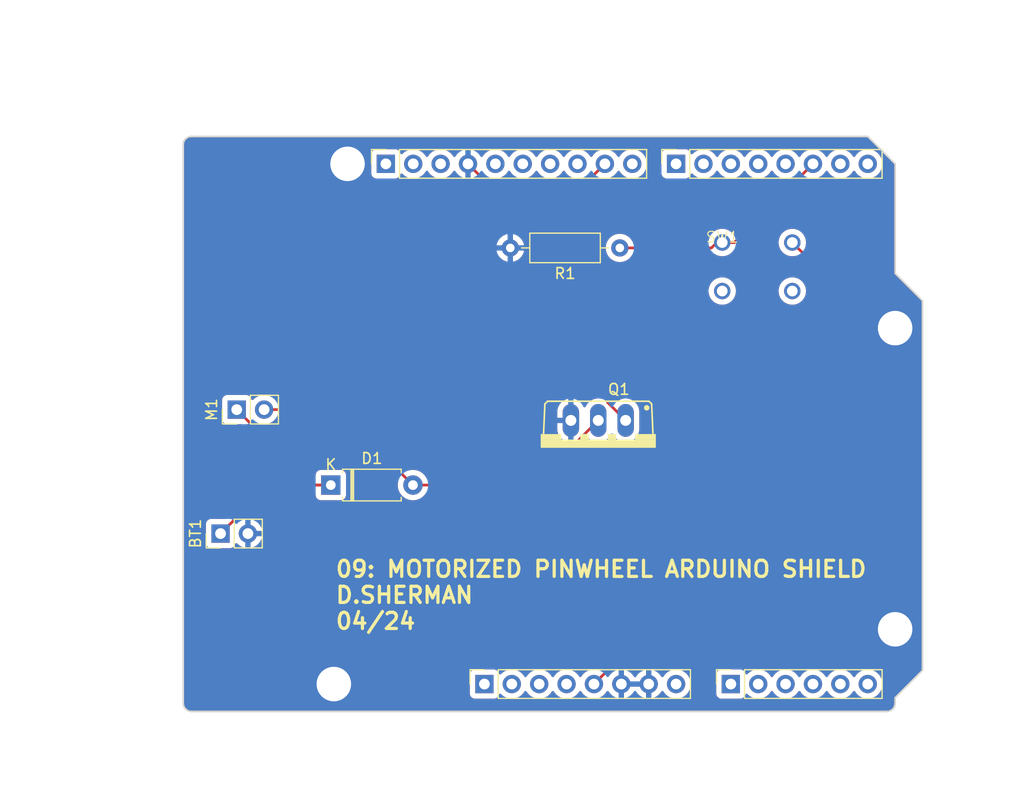
<source format=kicad_pcb>
(kicad_pcb (version 20240108) (generator "pcbnew") (generator_version "8.0")
  (title_block (date "mar. 31 mars 2015"))
  (layers (0 "F.Cu" signal) (31 "B.Cu" signal) (34 "B.Paste" user) (35 "F.Paste" user) (36 "B.SilkS" user "B.Silkscreen") (37 "F.SilkS" user "F.Silkscreen") (38 "B.Mask" user) (39 "F.Mask" user) (44 "Edge.Cuts" user))
  (net 0 "")
  (net 1 "GND")
  (net 3 "+5V")
  (net 4 "/IOREF")
  (net 5 "/A0")
  (net 6 "/A1")
  (net 7 "/A2")
  (net 8 "/A3")
  (net 9 "/SDA{slash}A4")
  (net 10 "/SCL{slash}A5")
  (net 11 "/13")
  (net 12 "/12")
  (net 13 "/AREF")
  (net 14 "/8")
  (net 15 "/7")
  (net 16 "/*11")
  (net 17 "/*10")
  (net 18 "/*9")
  (net 19 "/4")
  (net 20 "/2")
  (net 21 "/*6")
  (net 22 "/*5")
  (net 23 "/TX{slash}1")
  (net 24 "/*3")
  (net 25 "/RX{slash}0")
  (net 26 "+3V3")
  (net 27 "VCC")
  (net 28 "/~{RESET}")
  (net 29 "Net-(BT1-+)")
  (net 30 "Net-(D1-A)")
  (footprint "Connector_PinSocket_2.54mm:PinSocket_1x08_P2.54mm_Vertical" (layer "F.Cu") (at 127.94 97.46 90)
    (property "Reference" "J1" (hide yes))
    (property "Value" "Power")
    (fp_line (start 1.33 -1.33) (end 1.33 0) (stroke (width 0.12)) (layer "F.SilkS"))
    (fp_line (start 0 -1.33) (end 1.33 -1.33) (stroke (width 0.12)) (layer "F.SilkS"))
    (fp_line (start 1.33 1.27) (end 1.33 19.11) (stroke (width 0.12)) (layer "F.SilkS"))
    (fp_line (start -1.33 1.27) (end 1.33 1.27) (stroke (width 0.12)) (layer "F.SilkS"))
    (fp_line (start -1.33 1.27) (end -1.33 19.11) (stroke (width 0.12)) (layer "F.SilkS"))
    (fp_line (start -1.33 19.11) (end 1.33 19.11) (stroke (width 0.12)) (layer "F.SilkS"))
    (pad "1" thru_hole rect (at 0 0 90) (size 1.7 1.7) (drill 1) (layers "*.Cu" "*.Mask"))
    (pad "2" thru_hole oval (at 0 2.54 90) (size 1.7 1.7) (drill 1) (layers "*.Cu" "*.Mask") (net 4 "/IOREF"))
    (pad "3" thru_hole oval (at 0 5.08 90) (size 1.7 1.7) (drill 1) (layers "*.Cu" "*.Mask") (net 28 "/~{RESET}"))
    (pad "4" thru_hole oval (at 0 7.62 90) (size 1.7 1.7) (drill 1) (layers "*.Cu" "*.Mask") (net 26 "+3V3"))
    (pad "5" thru_hole oval (at 0 10.16 90) (size 1.7 1.7) (drill 1) (layers "*.Cu" "*.Mask") (net 3 "+5V"))
    (pad "6" thru_hole oval (at 0 12.7 90) (size 1.7 1.7) (drill 1) (layers "*.Cu" "*.Mask") (net 1 "GND"))
    (pad "7" thru_hole oval (at 0 15.24 90) (size 1.7 1.7) (drill 1) (layers "*.Cu" "*.Mask") (net 1 "GND"))
    (pad "8" thru_hole oval (at 0 17.78 90) (size 1.7 1.7) (drill 1) (layers "*.Cu" "*.Mask") (net 27 "VCC"))
  )
  (footprint "Connector_PinSocket_2.54mm:PinSocket_1x06_P2.54mm_Vertical" (layer "F.Cu") (at 150.8 97.46 90)
    (property "Reference" "J3" (hide yes))
    (property "Value" "Analog")
    (fp_line (start 1.33 -1.33) (end 1.33 0) (stroke (width 0.12)) (layer "F.SilkS"))
    (fp_line (start 0 -1.33) (end 1.33 -1.33) (stroke (width 0.12)) (layer "F.SilkS"))
    (fp_line (start 1.33 1.27) (end 1.33 14.03) (stroke (width 0.12)) (layer "F.SilkS"))
    (fp_line (start -1.33 1.27) (end 1.33 1.27) (stroke (width 0.12)) (layer "F.SilkS"))
    (fp_line (start -1.33 1.27) (end -1.33 14.03) (stroke (width 0.12)) (layer "F.SilkS"))
    (fp_line (start -1.33 14.03) (end 1.33 14.03) (stroke (width 0.12)) (layer "F.SilkS"))
    (pad "1" thru_hole rect (at 0 0 90) (size 1.7 1.7) (drill 1) (layers "*.Cu" "*.Mask") (net 5 "/A0"))
    (pad "2" thru_hole oval (at 0 2.54 90) (size 1.7 1.7) (drill 1) (layers "*.Cu" "*.Mask") (net 6 "/A1"))
    (pad "3" thru_hole oval (at 0 5.08 90) (size 1.7 1.7) (drill 1) (layers "*.Cu" "*.Mask") (net 7 "/A2"))
    (pad "4" thru_hole oval (at 0 7.62 90) (size 1.7 1.7) (drill 1) (layers "*.Cu" "*.Mask") (net 8 "/A3"))
    (pad "5" thru_hole oval (at 0 10.16 90) (size 1.7 1.7) (drill 1) (layers "*.Cu" "*.Mask") (net 9 "/SDA{slash}A4"))
    (pad "6" thru_hole oval (at 0 12.7 90) (size 1.7 1.7) (drill 1) (layers "*.Cu" "*.Mask") (net 10 "/SCL{slash}A5"))
  )
  (footprint "Connector_PinSocket_2.54mm:PinSocket_1x10_P2.54mm_Vertical" (layer "F.Cu") (at 118.796 49.2 90)
    (property "Reference" "J2" (hide yes))
    (property "Value" "Digital/PWM")
    (fp_line (start 1.33 -1.33) (end 1.33 0) (stroke (width 0.12)) (layer "F.SilkS"))
    (fp_line (start 0 -1.33) (end 1.33 -1.33) (stroke (width 0.12)) (layer "F.SilkS"))
    (fp_line (start 1.33 1.27) (end 1.33 24.19) (stroke (width 0.12)) (layer "F.SilkS"))
    (fp_line (start -1.33 1.27) (end 1.33 1.27) (stroke (width 0.12)) (layer "F.SilkS"))
    (fp_line (start -1.33 1.27) (end -1.33 24.19) (stroke (width 0.12)) (layer "F.SilkS"))
    (fp_line (start -1.33 24.19) (end 1.33 24.19) (stroke (width 0.12)) (layer "F.SilkS"))
    (pad "1" thru_hole rect (at 0 0 90) (size 1.7 1.7) (drill 1) (layers "*.Cu" "*.Mask") (net 10 "/SCL{slash}A5"))
    (pad "2" thru_hole oval (at 0 2.54 90) (size 1.7 1.7) (drill 1) (layers "*.Cu" "*.Mask") (net 9 "/SDA{slash}A4"))
    (pad "3" thru_hole oval (at 0 5.08 90) (size 1.7 1.7) (drill 1) (layers "*.Cu" "*.Mask") (net 13 "/AREF"))
    (pad "4" thru_hole oval (at 0 7.62 90) (size 1.7 1.7) (drill 1) (layers "*.Cu" "*.Mask") (net 1 "GND"))
    (pad "5" thru_hole oval (at 0 10.16 90) (size 1.7 1.7) (drill 1) (layers "*.Cu" "*.Mask") (net 11 "/13"))
    (pad "6" thru_hole oval (at 0 12.7 90) (size 1.7 1.7) (drill 1) (layers "*.Cu" "*.Mask") (net 12 "/12"))
    (pad "7" thru_hole oval (at 0 15.24 90) (size 1.7 1.7) (drill 1) (layers "*.Cu" "*.Mask") (net 16 "/*11"))
    (pad "8" thru_hole oval (at 0 17.78 90) (size 1.7 1.7) (drill 1) (layers "*.Cu" "*.Mask") (net 17 "/*10"))
    (pad "9" thru_hole oval (at 0 20.32 90) (size 1.7 1.7) (drill 1) (layers "*.Cu" "*.Mask") (net 18 "/*9"))
    (pad "10" thru_hole oval (at 0 22.86 90) (size 1.7 1.7) (drill 1) (layers "*.Cu" "*.Mask") (net 14 "/8"))
  )
  (footprint "Connector_PinSocket_2.54mm:PinSocket_1x08_P2.54mm_Vertical" (layer "F.Cu") (at 145.72 49.2 90)
    (property "Reference" "J4" (hide yes))
    (property "Value" "Digital/PWM")
    (fp_line (start 1.33 -1.33) (end 1.33 0) (stroke (width 0.12)) (layer "F.SilkS"))
    (fp_line (start 0 -1.33) (end 1.33 -1.33) (stroke (width 0.12)) (layer "F.SilkS"))
    (fp_line (start 1.33 1.27) (end 1.33 19.11) (stroke (width 0.12)) (layer "F.SilkS"))
    (fp_line (start -1.33 1.27) (end 1.33 1.27) (stroke (width 0.12)) (layer "F.SilkS"))
    (fp_line (start -1.33 1.27) (end -1.33 19.11) (stroke (width 0.12)) (layer "F.SilkS"))
    (fp_line (start -1.33 19.11) (end 1.33 19.11) (stroke (width 0.12)) (layer "F.SilkS"))
    (pad "1" thru_hole rect (at 0 0 90) (size 1.7 1.7) (drill 1) (layers "*.Cu" "*.Mask") (net 15 "/7"))
    (pad "2" thru_hole oval (at 0 2.54 90) (size 1.7 1.7) (drill 1) (layers "*.Cu" "*.Mask") (net 21 "/*6"))
    (pad "3" thru_hole oval (at 0 5.08 90) (size 1.7 1.7) (drill 1) (layers "*.Cu" "*.Mask") (net 22 "/*5"))
    (pad "4" thru_hole oval (at 0 7.62 90) (size 1.7 1.7) (drill 1) (layers "*.Cu" "*.Mask") (net 19 "/4"))
    (pad "5" thru_hole oval (at 0 10.16 90) (size 1.7 1.7) (drill 1) (layers "*.Cu" "*.Mask") (net 24 "/*3"))
    (pad "6" thru_hole oval (at 0 12.7 90) (size 1.7 1.7) (drill 1) (layers "*.Cu" "*.Mask") (net 20 "/2"))
    (pad "7" thru_hole oval (at 0 15.24 90) (size 1.7 1.7) (drill 1) (layers "*.Cu" "*.Mask") (net 23 "/TX{slash}1"))
    (pad "8" thru_hole oval (at 0 17.78 90) (size 1.7 1.7) (drill 1) (layers "*.Cu" "*.Mask") (net 25 "/RX{slash}0"))
  )
  (footprint "myLibrary:TS02 push button" (layer "F.Cu") (at 150 56.5)
    (property "Reference" "SW1" (at 0 -0.5 0) (layer "F.SilkS") (effects (font (thickness 0.1))))
    (property "Value" "SW_Push")
    (pad "1" thru_hole circle (at 0 0) (size 1.524 1.524) (drill 1) (layers "*.Cu" "*.Mask") (net 20 "/2"))
    (pad "2" thru_hole circle (at 6.5 0) (size 1.524 1.524) (drill 1) (layers "*.Cu" "*.Mask") (net 3 "+5V"))
    (pad "3" thru_hole circle (at 6.5 4.5) (size 1.524 1.524) (drill 1) (layers "*.Cu" "*.Mask"))
    (pad "4" thru_hole circle (at 0 4.5) (size 1.524 1.524) (drill 1) (layers "*.Cu" "*.Mask"))
  )
  (footprint "Diode_THT:D_A-405_P7.62mm_Horizontal" (layer "F.Cu") (at 113.69 79)
    (property "Reference" "D1" (at 3.81 -2.47 0) (layer "F.SilkS"))
    (property "Value" "D")
    (fp_line (start 1.09 -1.47) (end 6.53 -1.47) (stroke (width 0.12)) (layer "F.SilkS"))
    (fp_line (start 1.09 -1.14) (end 1.09 -1.47) (stroke (width 0.12)) (layer "F.SilkS"))
    (fp_line (start 1.09 1.14) (end 1.09 1.47) (stroke (width 0.12)) (layer "F.SilkS"))
    (fp_line (start 1.09 1.47) (end 6.53 1.47) (stroke (width 0.12)) (layer "F.SilkS"))
    (fp_line (start 1.87 -1.47) (end 1.87 1.47) (stroke (width 0.12)) (layer "F.SilkS"))
    (fp_line (start 1.99 -1.47) (end 1.99 1.47) (stroke (width 0.12)) (layer "F.SilkS"))
    (fp_line (start 2.11 -1.47) (end 2.11 1.47) (stroke (width 0.12)) (layer "F.SilkS"))
    (fp_line (start 6.53 -1.47) (end 6.53 -1.14) (stroke (width 0.12)) (layer "F.SilkS"))
    (fp_line (start 6.53 1.47) (end 6.53 1.14) (stroke (width 0.12)) (layer "F.SilkS"))
    (fp_text user "K" (at 0 -1.9 0) (layer "F.SilkS"))
    (pad "1" thru_hole rect (at 0 0) (size 1.8 1.8) (drill 0.9) (layers "*.Cu" "*.Mask") (net 29 "Net-(BT1-+)"))
    (pad "2" thru_hole oval (at 7.62 0) (size 1.8 1.8) (drill 0.9) (layers "*.Cu" "*.Mask") (net 30 "Net-(D1-A)"))
  )
  (footprint "Connector_PinHeader_2.54mm:PinHeader_1x02_P2.54mm_Vertical" (layer "F.Cu") (at 104.96 72 90)
    (property "Reference" "M1" (at 0 -2.33 -90) (layer "F.SilkS"))
    (property "Value" "Motor_DC")
    (fp_line (start -1.33 -1.33) (end 0 -1.33) (stroke (width 0.12)) (layer "F.SilkS"))
    (fp_line (start -1.33 0) (end -1.33 -1.33) (stroke (width 0.12)) (layer "F.SilkS"))
    (fp_line (start 1.33 1.27) (end 1.33 3.87) (stroke (width 0.12)) (layer "F.SilkS"))
    (fp_line (start -1.33 1.27) (end 1.33 1.27) (stroke (width 0.12)) (layer "F.SilkS"))
    (fp_line (start -1.33 1.27) (end -1.33 3.87) (stroke (width 0.12)) (layer "F.SilkS"))
    (fp_line (start -1.33 3.87) (end 1.33 3.87) (stroke (width 0.12)) (layer "F.SilkS"))
    (pad "1" thru_hole rect (at 0 0 90) (size 1.7 1.7) (drill 1) (layers "*.Cu" "*.Mask") (net 29 "Net-(BT1-+)"))
    (pad "2" thru_hole oval (at 0 2.54 90) (size 1.7 1.7) (drill 1) (layers "*.Cu" "*.Mask") (net 30 "Net-(D1-A)"))
  )
  (footprint "Arduino_MountingHole:MountingHole_3.2mm" (layer "F.Cu") (at 115.24 49.2)
    (property "Reference" "MH1" (hide yes))
    (property "Value" "MountingHole_3.2mm" (hide yes))
    (pad "" np_thru_hole circle (at 0 0) (size 3.2 3.2) (drill 3.2) (layers "*.Cu" "*.Mask"))
  )
  (footprint "Connector_PinHeader_2.54mm:PinHeader_1x02_P2.54mm_Vertical" (layer "F.Cu") (at 103.46 83.5 90)
    (property "Reference" "BT1" (at 0 -2.33 -90) (layer "F.SilkS"))
    (property "Value" "9V")
    (fp_line (start -1.33 -1.33) (end 0 -1.33) (stroke (width 0.12)) (layer "F.SilkS"))
    (fp_line (start -1.33 0) (end -1.33 -1.33) (stroke (width 0.12)) (layer "F.SilkS"))
    (fp_line (start 1.33 1.27) (end 1.33 3.87) (stroke (width 0.12)) (layer "F.SilkS"))
    (fp_line (start -1.33 1.27) (end 1.33 1.27) (stroke (width 0.12)) (layer "F.SilkS"))
    (fp_line (start -1.33 1.27) (end -1.33 3.87) (stroke (width 0.12)) (layer "F.SilkS"))
    (fp_line (start -1.33 3.87) (end 1.33 3.87) (stroke (width 0.12)) (layer "F.SilkS"))
    (pad "1" thru_hole rect (at 0 0 90) (size 1.7 1.7) (drill 1) (layers "*.Cu" "*.Mask") (net 29 "Net-(BT1-+)"))
    (pad "2" thru_hole oval (at 0 2.54 90) (size 1.7 1.7) (drill 1) (layers "*.Cu" "*.Mask") (net 1 "GND"))
  )
  (footprint "Resistor_THT:R_Axial_DIN0207_L6.3mm_D2.5mm_P10.16mm_Horizontal" (layer "F.Cu") (at 140.5 57 180)
    (property "Reference" "R1" (at 5.08 -2.37 180) (layer "F.SilkS"))
    (property "Value" "R")
    (fp_line (start 9.12 0) (end 8.35 0) (stroke (width 0.12)) (layer "F.SilkS"))
    (fp_line (start 8.35 1.37) (end 8.35 -1.37) (stroke (width 0.12)) (layer "F.SilkS"))
    (fp_line (start 8.35 -1.37) (end 1.81 -1.37) (stroke (width 0.12)) (layer "F.SilkS"))
    (fp_line (start 1.81 1.37) (end 8.35 1.37) (stroke (width 0.12)) (layer "F.SilkS"))
    (fp_line (start 1.81 -1.37) (end 1.81 1.37) (stroke (width 0.12)) (layer "F.SilkS"))
    (fp_line (start 1.04 0) (end 1.81 0) (stroke (width 0.12)) (layer "F.SilkS"))
    (pad "1" thru_hole circle (at 0 0 180) (size 1.6 1.6) (drill 0.8) (layers "*.Cu" "*.Mask") (net 20 "/2"))
    (pad "2" thru_hole oval (at 10.16 0 180) (size 1.6 1.6) (drill 0.8) (layers "*.Cu" "*.Mask") (net 1 "GND"))
  )
  (footprint "Arduino_MountingHole:MountingHole_3.2mm" (layer "F.Cu") (at 113.97 97.46)
    (property "Reference" "MH2" (hide yes))
    (property "Value" "MountingHole_3.2mm" (hide yes))
    (pad "" np_thru_hole circle (at 0 0) (size 3.2 3.2) (drill 3.2) (layers "*.Cu" "*.Mask"))
  )
  (footprint "Arduino_MountingHole:MountingHole_3.2mm" (layer "F.Cu") (at 166.04 64.44)
    (property "Reference" "MH3" (hide yes))
    (property "Value" "MountingHole_3.2mm" (hide yes))
    (pad "" np_thru_hole circle (at 0 0) (size 3.2 3.2) (drill 3.2) (layers "*.Cu" "*.Mask"))
  )
  (footprint "mosfet footprint:TO220BV" (layer "F.Cu") (at 138.5 75.54 180)
    (property "Reference" "Q1" (at -1.90846 5.42001 180) (layer "F.SilkS") (effects (font (size 1.001811 1.001811))))
    (property "Value" "IRF520")
    (fp_line (start 5.08 1.143) (end 4.953 4.064) (stroke (width 0.1524)) (layer "F.SilkS"))
    (fp_line (start 4.699 4.318) (end 4.953 4.064) (stroke (width 0.1524)) (layer "F.SilkS"))
    (fp_line (start 4.699 4.318) (end -4.699 4.318) (stroke (width 0.1524)) (layer "F.SilkS"))
    (fp_line (start -4.953 4.064) (end -4.699 4.318) (stroke (width 0.1524)) (layer "F.SilkS"))
    (fp_line (start -4.953 4.064) (end -5.08 1.143) (stroke (width 0.1524)) (layer "F.SilkS"))
    (fp_circle (center -4.4958 3.7084) (end -4.2418 3.7084) (fill solid) (layer "F.SilkS"))
    (fp_poly (pts (xy 3.43047 0.762) (xy 5.334 0.762) (xy 5.334 1.27054) (xy 3.43047 1.27054)) (stroke (width 0.01)) (fill solid) (layer "F.SilkS"))
    (fp_poly (pts (xy 0.890755 0.762) (xy 1.651 0.762) (xy 1.651 1.27251) (xy 0.890755 1.27251)) (stroke (width 0.01)) (fill solid) (layer "F.SilkS"))
    (fp_poly (pts (xy -1.65338 0.762) (xy -0.889 0.762) (xy -0.889 1.27183) (xy -1.65338 1.27183)) (stroke (width 0.01)) (fill solid) (layer "F.SilkS"))
    (fp_poly (pts (xy -5.33557 0) (xy 5.334 0) (xy 5.334 0.762224) (xy -5.33557 0.762224)) (stroke (width 0.01)) (fill solid) (layer "F.SilkS"))
    (fp_poly (pts (xy -5.34067 0.762) (xy -3.429 0.762) (xy -3.429 1.27159) (xy -5.34067 1.27159)) (stroke (width 0.01)) (fill solid) (layer "F.SilkS"))
    (pad "D" thru_hole oval (at 0 2.54 180) (size 1.524 3.048) (drill 1.016) (layers "*.Cu" "*.Mask") (net 30 "Net-(D1-A)"))
    (pad "G" thru_hole oval (at -2.54 2.54 180) (size 1.524 3.048) (drill 1.016) (layers "*.Cu" "*.Mask") (net 18 "/*9"))
    (pad "S" thru_hole oval (at 2.54 2.54 180) (size 1.524 3.048) (drill 1.016) (layers "*.Cu" "*.Mask") (net 1 "GND"))
  )
  (footprint "Arduino_MountingHole:MountingHole_3.2mm" (layer "F.Cu") (at 166.04 92.38)
    (property "Reference" "MH4" (hide yes))
    (property "Value" "MountingHole_3.2mm" (hide yes))
    (pad "" np_thru_hole circle (at 0 0) (size 3.2 3.2) (drill 3.2) (layers "*.Cu" "*.Mask"))
  )
  (gr_line (start 166.04 59.36) (end 168.58 61.9) (stroke (width 0.15)) (layer "Edge.Cuts"))
  (gr_line (start 100 99.238) (end 100 47.422) (stroke (width 0.15)) (layer "Edge.Cuts"))
  (gr_line (start 168.58 61.9) (end 168.58 96.19) (stroke (width 0.15)) (layer "Edge.Cuts"))
  (gr_line (start 165.278 100) (end 100.762 100) (stroke (width 0.15)) (layer "Edge.Cuts"))
  (gr_line (start 100.762 46.66) (end 163.5 46.66) (stroke (width 0.15)) (layer "Edge.Cuts"))
  (gr_arc (start 100.762 100) (mid 100.223185 99.776815) (end 100 99.238) (stroke (width 0.15)) (layer "Edge.Cuts"))
  (gr_line (start 168.58 96.19) (end 166.04 98.73) (stroke (width 0.15)) (layer "Edge.Cuts"))
  (gr_line (start 163.5 46.66) (end 166.04 49.2) (stroke (width 0.15)) (layer "Edge.Cuts"))
  (gr_arc (start 166.04 99.238) (mid 165.816815 99.776815) (end 165.278 100) (stroke (width 0.15)) (layer "Edge.Cuts"))
  (gr_line (start 166.04 49.2) (end 166.04 59.36) (stroke (width 0.15)) (layer "Edge.Cuts"))
  (gr_line (start 166.04 98.73) (end 166.04 99.238) (stroke (width 0.15)) (layer "Edge.Cuts"))
  (gr_arc (start 100 47.422) (mid 100.223185 46.883185) (end 100.762 46.66) (stroke (width 0.15)) (layer "Edge.Cuts"))
  (gr_text "09: MOTORIZED PINWHEEL ARDUINO SHIELD\nD.SHERMAN\n04/24" (at 114 92.5 0) (layer "F.SilkS") (effects (font (size 1.5 1.5) (thickness 0.3) (bold yes)) (justify left bottom)))
  (segment (start 130.34 53.124) (end 126.416 49.2) (width 0.25) (layer "F.Cu") (net 1))
  (segment (start 130.34 57) (end 130.34 53.124) (width 0.25) (layer "F.Cu") (net 1))
  (segment (start 160 60) (end 156.5 56.5) (width 0.25) (layer "F.Cu") (net 3))
  (segment (start 160 75.56) (end 160 60) (width 0.25) (layer "F.Cu") (net 3))
  (segment (start 138.1 97.46) (end 160 75.56) (width 0.25) (layer "F.Cu") (net 3))
  (segment (start 141.04 73) (end 139.375 71.335) (width 0.25) (layer "F.Cu") (net 18))
  (segment (start 137 51.316) (end 139.116 49.2) (width 0.25) (layer "F.Cu") (net 18))
  (segment (start 137 59) (end 137 51.316) (width 0.25) (layer "F.Cu") (net 18))
  (segment (start 139.375 71.335) (end 139.375 61.375) (width 0.25) (layer "F.Cu") (net 18))
  (segment (start 139.375 61.375) (end 137 59) (width 0.25) (layer "F.Cu") (net 18))
  (segment (start 149.5 56.5) (end 149 57) (width 0.25) (layer "F.Cu") (net 20))
  (segment (start 150 56.5) (end 151.12 56.5) (width 0.25) (layer "F.Cu") (net 20))
  (segment (start 151.12 56.5) (end 158.42 49.2) (width 0.25) (layer "F.Cu") (net 20))
  (segment (start 149 57) (end 140.5 57) (width 0.25) (layer "F.Cu") (net 20))
  (segment (start 150 56.5) (end 149.5 56.5) (width 0.25) (layer "F.Cu") (net 20))
  (segment (start 104.96 72) (end 111.96 79) (width 0.25) (layer "F.Cu") (net 29))
  (segment (start 103.46 83.5) (end 107.96 79) (width 0.25) (layer "F.Cu") (net 29))
  (segment (start 107.96 79) (end 113.69 79) (width 0.25) (layer "F.Cu") (net 29))
  (segment (start 111.96 79) (end 113.69 79) (width 0.25) (layer "F.Cu") (net 29))
  (segment (start 107.5 72) (end 114.31 72) (width 0.25) (layer "F.Cu") (net 30))
  (segment (start 132.5 79) (end 138.5 73) (width 0.25) (layer "F.Cu") (net 30))
  (segment (start 114.31 72) (end 121.31 79) (width 0.25) (layer "F.Cu") (net 30))
  (segment (start 121.31 79) (end 132.5 79) (width 0.25) (layer "F.Cu") (net 30))
  (zone (net 0) (net_name "") (layer "F.Cu") (priority 1) (connect_pads (clearance 0.508)) (min_thickness 0.25) (fill yes (thermal_gap 0.5) (thermal_bridge_width 0.5) (island_removal_mode 1) (island_area_min 10))
    (polygon (pts (xy 172 101) (xy 177.5 40) (xy 83 34) (xy 89 109) (xy 178 104)))
  )
  (zone (net 1) (net_name "GND") (layer "B.Cu") (connect_pads (clearance 0.508)) (min_thickness 0.25) (fill yes (thermal_gap 0.5) (thermal_bridge_width 0.5))
    (polygon (pts (xy 172.5 46) (xy 173.5 102.5) (xy 94 104) (xy 85 38.5) (xy 172 43.5)))
  )
)
</source>
